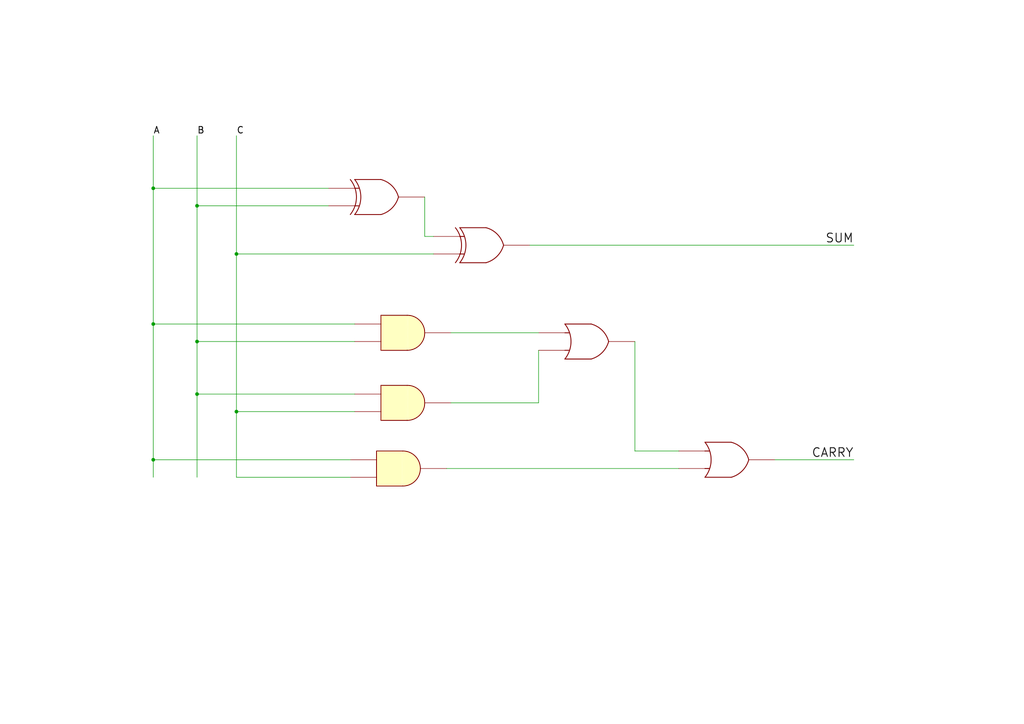
<source format=kicad_sch>
(kicad_sch (version 20231120) (generator "eeschema") (generator_version "8.0")
  (paper "A4")
  (title_block (date "2024-11-27"))
  (lib_symbols
    (symbol "74LVC2G32_1" (pin_numbers hide) (pin_names hide)
      (property "Reference" "U" (at -7.62 7.62 0))
      (property "Value" "74LVC2G32" (at -7.62 -7.62 0))
      (symbol "74LVC2G32_1_1_1"
        (arc (start -7.62 -5.08) (mid -5.838 0) (end -7.62 5.08) (stroke (width 0.254)))
        (arc (start 0 -5.08) (mid 3.1986 -3.2054) (end 5.08 0) (stroke (width 0.254)))
        (polyline (pts (xy -7.62 -2.54) (xy -6.35 -2.54)) (stroke (width 0.254)) (fill (type background)))
        (polyline (pts (xy -7.62 2.54) (xy -6.35 2.54)) (stroke (width 0.254)) (fill (type background)))
        (polyline (pts (xy 0 -5.08) (xy -7.62 -5.08)) (stroke (width 0.254)) (fill (type background)))
        (polyline (pts (xy 0 5.08) (xy -7.62 5.08)) (stroke (width 0.254)) (fill (type background)))
        (arc (start 5.08 0) (mid 3.2238 3.2304) (end 0 5.08) (stroke (width 0.254)))
        (pin input line (at -15.24 2.54 0) (length 7.62) (name "~") (number "1"))
        (pin input line (at -15.24 -2.54 0) (length 7.62) (name "~") (number "2"))
        (pin output line (at 12.7 0 180) (length 7.62) (name "~") (number "7"))
      )
      (symbol "74LVC2G32_1_2_1"
        (arc (start -7.62 -5.08) (mid -5.838 0) (end -7.62 5.08) (stroke (width 0.254)))
        (arc (start 0 -5.08) (mid 3.1986 -3.2054) (end 5.08 0) (stroke (width 0.254)))
        (polyline (pts (xy -7.62 -2.54) (xy -6.35 -2.54)) (stroke (width 0.254)) (fill (type background)))
        (polyline (pts (xy -7.62 2.54) (xy -6.35 2.54)) (stroke (width 0.254)) (fill (type background)))
        (polyline (pts (xy 0 -5.08) (xy -7.62 -5.08)) (stroke (width 0.254)) (fill (type background)))
        (polyline (pts (xy 0 5.08) (xy -7.62 5.08)) (stroke (width 0.254)) (fill (type background)))
        (arc (start 5.08 0) (mid 3.2238 3.2304) (end 0 5.08) (stroke (width 0.254)))
        (pin output line (at 12.7 0 180) (length 7.62) (name "~") (number "3"))
        (pin input line (at -15.24 2.54 0) (length 7.62) (name "~") (number "5"))
        (pin input line (at -15.24 -2.54 0) (length 7.62) (name "~") (number "6"))
      )
      (symbol "74LVC2G32_1_3_0"
        (rectangle (start -5.08 -5.08) (end 5.08 5.08) (stroke (width 0.254)) (fill (type background)))
      )
      (symbol "74LVC2G32_1_3_1"
        (pin power_in line (at 0 -10.16 90) (length 5.08) (name "GND") (number "4"))
        (pin power_in line (at 0 10.16 270) (length 5.08) (name "VCC") (number "8"))
      )
    )
    (symbol "74LVC2G86_1" (pin_numbers hide) (pin_names hide)
      (property "Reference" "U" (at -5.08 7.62 0))
      (property "Value" "74LVC2G86" (at 0 -7.62 0))
      (symbol "74LVC2G86_1_1_1"
        (arc (start -8.89 -5.08) (mid -7.108 0) (end -8.89 5.08) (stroke (width 0.254)))
        (arc (start -7.62 -5.08) (mid -5.838 0) (end -7.62 5.08) (stroke (width 0.254)))
        (arc (start 0 -5.08) (mid 3.1986 -3.2054) (end 5.08 0) (stroke (width 0.254)))
        (polyline (pts (xy -7.62 -2.54) (xy -6.35 -2.54)) (stroke (width 0.254)) (fill (type background)))
        (polyline (pts (xy -7.62 2.54) (xy -6.35 2.54)) (stroke (width 0.254)) (fill (type background)))
        (polyline (pts (xy 0 -5.08) (xy -7.62 -5.08)) (stroke (width 0.254)) (fill (type background)))
        (polyline (pts (xy 0 5.08) (xy -7.62 5.08)) (stroke (width 0.254)) (fill (type background)))
        (arc (start 5.08 0) (mid 3.2238 3.2304) (end 0 5.08) (stroke (width 0.254)))
        (pin input line (at -15.24 2.54 0) (length 7.62) (name "~") (number "1"))
        (pin input line (at -15.24 -2.54 0) (length 7.62) (name "~") (number "2"))
        (pin output line (at 12.7 0 180) (length 7.62) (name "~") (number "7"))
      )
      (symbol "74LVC2G86_1_2_1"
        (arc (start -8.89 -5.08) (mid -7.108 0) (end -8.89 5.08) (stroke (width 0.254)))
        (arc (start -7.62 -5.08) (mid -5.838 0) (end -7.62 5.08) (stroke (width 0.254)))
        (arc (start 0 -5.08) (mid 3.1986 -3.2054) (end 5.08 0) (stroke (width 0.254)))
        (polyline (pts (xy -7.62 -2.54) (xy -6.35 -2.54)) (stroke (width 0.254)) (fill (type background)))
        (polyline (pts (xy -7.62 2.54) (xy -6.35 2.54)) (stroke (width 0.254)) (fill (type background)))
        (polyline (pts (xy 0 -5.08) (xy -7.62 -5.08)) (stroke (width 0.254)) (fill (type background)))
        (polyline (pts (xy 0 5.08) (xy -7.62 5.08)) (stroke (width 0.254)) (fill (type background)))
        (arc (start 5.08 0) (mid 3.2238 3.2304) (end 0 5.08) (stroke (width 0.254)))
        (pin output line (at 12.7 0 180) (length 7.62) (name "~") (number "3"))
        (pin input line (at -15.24 2.54 0) (length 7.62) (name "~") (number "5"))
        (pin input line (at -15.24 -2.54 0) (length 7.62) (name "~") (number "6"))
      )
      (symbol "74LVC2G86_1_3_0"
        (rectangle (start -5.08 -5.08) (end 5.08 5.08) (stroke (width 0.254)) (fill (type background)))
      )
      (symbol "74LVC2G86_1_3_1"
        (pin power_in line (at 0 -10.16 90) (length 5.08) (name "GND") (number "4"))
        (pin power_in line (at 0 10.16 270) (length 5.08) (name "VCC") (number "8"))
      )
    )
    (symbol "74xGxx:74AUC2G08" (pin_numbers hide) (pin_names hide)
      (property "Reference" "U" (at -2.54 3.81 0))
      (property "Value" "74AUC2G08" (at 0 -3.81 0))
      (symbol "74AUC2G08_1_1"
        (arc (start 0 -5.08) (mid 5.0579 0) (end 0 5.08) (stroke (width 0.254)) (fill (type background)))
        (polyline (pts (xy 0 -5.08) (xy -7.62 -5.08) (xy -7.62 5.08) (xy 0 5.08)) (stroke (width 0.254)) (fill (type background)))
        (pin input line (at -15.24 2.54 0) (length 7.62) (name "~") (number "1"))
        (pin input line (at -15.24 -2.54 0) (length 7.62) (name "~") (number "2"))
        (pin output line (at 12.7 0 180) (length 7.62) (name "~") (number "7"))
      )
      (symbol "74AUC2G08_2_1"
        (arc (start 0 -5.08) (mid 5.0579 0) (end 0 5.08) (stroke (width 0.254)) (fill (type background)))
        (polyline (pts (xy 0 -5.08) (xy -7.62 -5.08) (xy -7.62 5.08) (xy 0 5.08)) (stroke (width 0.254)) (fill (type background)))
        (pin output line (at 12.7 0 180) (length 7.62) (name "~") (number "3"))
        (pin input line (at -15.24 2.54 0) (length 7.62) (name "~") (number "5"))
        (pin input line (at -15.24 -2.54 0) (length 7.62) (name "~") (number "6"))
      )
      (symbol "74AUC2G08_3_0"
        (rectangle (start -5.08 -5.08) (end 5.08 5.08) (stroke (width 0.254)) (fill (type background)))
      )
      (symbol "74AUC2G08_3_1"
        (pin power_in line (at 0 -10.16 90) (length 5.08) (name "GND") (number "4"))
        (pin power_in line (at 0 10.16 270) (length 5.08) (name "VCC") (number "8"))
      )
    )
    (symbol "74xGxx:74LVC2G32" (pin_numbers hide) (pin_names hide)
      (property "Reference" "U" (at -7.62 7.62 0))
      (property "Value" "74LVC2G32" (at -7.62 -7.62 0))
      (symbol "74LVC2G32_1_1"
        (arc (start -7.62 -5.08) (mid -5.838 0) (end -7.62 5.08) (stroke (width 0.254)))
        (arc (start 0 -5.08) (mid 3.1986 -3.2054) (end 5.08 0) (stroke (width 0.254)))
        (polyline (pts (xy -7.62 -2.54) (xy -6.35 -2.54)) (stroke (width 0.254)) (fill (type background)))
        (polyline (pts (xy -7.62 2.54) (xy -6.35 2.54)) (stroke (width 0.254)) (fill (type background)))
        (polyline (pts (xy 0 -5.08) (xy -7.62 -5.08)) (stroke (width 0.254)) (fill (type background)))
        (polyline (pts (xy 0 5.08) (xy -7.62 5.08)) (stroke (width 0.254)) (fill (type background)))
        (arc (start 5.08 0) (mid 3.2238 3.2304) (end 0 5.08) (stroke (width 0.254)))
        (pin input line (at -15.24 2.54 0) (length 7.62) (name "~") (number "1"))
        (pin input line (at -15.24 -2.54 0) (length 7.62) (name "~") (number "2"))
        (pin output line (at 12.7 0 180) (length 7.62) (name "~") (number "7"))
      )
      (symbol "74LVC2G32_2_1"
        (arc (start -7.62 -5.08) (mid -5.838 0) (end -7.62 5.08) (stroke (width 0.254)))
        (arc (start 0 -5.08) (mid 3.1986 -3.2054) (end 5.08 0) (stroke (width 0.254)))
        (polyline (pts (xy -7.62 -2.54) (xy -6.35 -2.54)) (stroke (width 0.254)) (fill (type background)))
        (polyline (pts (xy -7.62 2.54) (xy -6.35 2.54)) (stroke (width 0.254)) (fill (type background)))
        (polyline (pts (xy 0 -5.08) (xy -7.62 -5.08)) (stroke (width 0.254)) (fill (type background)))
        (polyline (pts (xy 0 5.08) (xy -7.62 5.08)) (stroke (width 0.254)) (fill (type background)))
        (arc (start 5.08 0) (mid 3.2238 3.2304) (end 0 5.08) (stroke (width 0.254)))
        (pin output line (at 12.7 0 180) (length 7.62) (name "~") (number "3"))
        (pin input line (at -15.24 2.54 0) (length 7.62) (name "~") (number "5"))
        (pin input line (at -15.24 -2.54 0) (length 7.62) (name "~") (number "6"))
      )
      (symbol "74LVC2G32_3_0"
        (rectangle (start -5.08 -5.08) (end 5.08 5.08) (stroke (width 0.254)) (fill (type background)))
      )
      (symbol "74LVC2G32_3_1"
        (pin power_in line (at 0 -10.16 90) (length 5.08) (name "GND") (number "4"))
        (pin power_in line (at 0 10.16 270) (length 5.08) (name "VCC") (number "8"))
      )
    )
    (symbol "74xGxx:74LVC2G86" (pin_numbers hide) (pin_names hide)
      (property "Reference" "U" (at -5.08 7.62 0))
      (property "Value" "74LVC2G86" (at 0 -7.62 0))
      (symbol "74LVC2G86_1_1"
        (arc (start -8.89 -5.08) (mid -7.108 0) (end -8.89 5.08) (stroke (width 0.254)))
        (arc (start -7.62 -5.08) (mid -5.838 0) (end -7.62 5.08) (stroke (width 0.254)))
        (arc (start 0 -5.08) (mid 3.1986 -3.2054) (end 5.08 0) (stroke (width 0.254)))
        (polyline (pts (xy -7.62 -2.54) (xy -6.35 -2.54)) (stroke (width 0.254)) (fill (type background)))
        (polyline (pts (xy -7.62 2.54) (xy -6.35 2.54)) (stroke (width 0.254)) (fill (type background)))
        (polyline (pts (xy 0 -5.08) (xy -7.62 -5.08)) (stroke (width 0.254)) (fill (type background)))
        (polyline (pts (xy 0 5.08) (xy -7.62 5.08)) (stroke (width 0.254)) (fill (type background)))
        (arc (start 5.08 0) (mid 3.2238 3.2304) (end 0 5.08) (stroke (width 0.254)))
        (pin input line (at -15.24 2.54 0) (length 7.62) (name "~") (number "1"))
        (pin input line (at -15.24 -2.54 0) (length 7.62) (name "~") (number "2"))
        (pin output line (at 12.7 0 180) (length 7.62) (name "~") (number "7"))
      )
      (symbol "74LVC2G86_2_1"
        (arc (start -8.89 -5.08) (mid -7.108 0) (end -8.89 5.08) (stroke (width 0.254)))
        (arc (start -7.62 -5.08) (mid -5.838 0) (end -7.62 5.08) (stroke (width 0.254)))
        (arc (start 0 -5.08) (mid 3.1986 -3.2054) (end 5.08 0) (stroke (width 0.254)))
        (polyline (pts (xy -7.62 -2.54) (xy -6.35 -2.54)) (stroke (width 0.254)) (fill (type background)))
        (polyline (pts (xy -7.62 2.54) (xy -6.35 2.54)) (stroke (width 0.254)) (fill (type background)))
        (polyline (pts (xy 0 -5.08) (xy -7.62 -5.08)) (stroke (width 0.254)) (fill (type background)))
        (polyline (pts (xy 0 5.08) (xy -7.62 5.08)) (stroke (width 0.254)) (fill (type background)))
        (arc (start 5.08 0) (mid 3.2238 3.2304) (end 0 5.08) (stroke (width 0.254)))
        (pin output line (at 12.7 0 180) (length 7.62) (name "~") (number "3"))
        (pin input line (at -15.24 2.54 0) (length 7.62) (name "~") (number "5"))
        (pin input line (at -15.24 -2.54 0) (length 7.62) (name "~") (number "6"))
      )
      (symbol "74LVC2G86_3_0"
        (rectangle (start -5.08 -5.08) (end 5.08 5.08) (stroke (width 0.254)) (fill (type background)))
      )
      (symbol "74LVC2G86_3_1"
        (pin power_in line (at 0 -10.16 90) (length 5.08) (name "GND") (number "4"))
        (pin power_in line (at 0 10.16 270) (length 5.08) (name "VCC") (number "8"))
      )
    )
  )
  (junction (at 68.58 73.66))
  (junction (at 44.45 54.61))
  (junction (at 57.15 114.3))
  (junction (at 44.45 133.35))
  (junction (at 57.15 99.06))
  (junction (at 57.15 59.69))
  (junction (at 44.45 93.98))
  (junction (at 68.58 119.38))
  (wire (pts (xy 68.58 119.38) (xy 68.58 138.43)))
  (wire (pts (xy 57.15 99.06) (xy 102.87 99.06)))
  (wire (pts (xy 123.19 57.15) (xy 123.19 68.58)))
  (wire (pts (xy 68.58 119.38) (xy 102.87 119.38)))
  (wire (pts (xy 57.15 99.06) (xy 57.15 114.3)))
  (wire (pts (xy 184.15 130.81) (xy 184.15 99.06)))
  (wire (pts (xy 44.45 93.98) (xy 44.45 133.35)))
  (wire (pts (xy 196.85 130.81) (xy 184.15 130.81)))
  (wire (pts (xy 153.67 71.12) (xy 247.65 71.12)))
  (wire (pts (xy 224.79 133.35) (xy 247.65 133.35)))
  (wire (pts (xy 68.58 73.66) (xy 125.73 73.66)))
  (wire (pts (xy 57.15 114.3) (xy 57.15 138.43)))
  (wire (pts (xy 57.15 59.69) (xy 95.25 59.69)))
  (wire (pts (xy 156.21 116.84) (xy 156.21 101.6)))
  (wire (pts (xy 44.45 133.35) (xy 101.6 133.35)))
  (wire (pts (xy 68.58 138.43) (xy 101.6 138.43)))
  (wire (pts (xy 68.58 39.37) (xy 68.58 73.66)))
  (wire (pts (xy 44.45 93.98) (xy 102.87 93.98)))
  (wire (pts (xy 57.15 39.37) (xy 57.15 59.69)))
  (wire (pts (xy 130.81 116.84) (xy 156.21 116.84)))
  (wire (pts (xy 156.21 96.52) (xy 130.81 96.52)))
  (wire (pts (xy 196.85 135.89) (xy 129.54 135.89)))
  (wire (pts (xy 44.45 54.61) (xy 44.45 93.98)))
  (wire (pts (xy 44.45 133.35) (xy 44.45 138.43)))
  (wire (pts (xy 123.19 68.58) (xy 125.73 68.58)))
  (wire (pts (xy 57.15 114.3) (xy 102.87 114.3)))
  (wire (pts (xy 57.15 59.69) (xy 57.15 99.06)))
  (wire (pts (xy 44.45 39.37) (xy 44.45 54.61)))
  (wire (pts (xy 44.45 54.61) (xy 95.25 54.61)))
  (wire (pts (xy 68.58 73.66) (xy 68.58 119.38)))
  (label "C" (at 68.58 39.37 0) (effects (font (size 1.905 1.905) (thickness 0.254) (bold yes))))
  (label "B" (at 57.15 39.37 0) (effects (font (size 1.905 1.905) (thickness 0.254) (bold yes))))
  (label "CARRY" (at 247.65 133.35 180) (effects (font (size 2.54 2.54) (thickness 0.254) (bold yes))))
  (label "SUM" (at 247.65 71.12 180) (effects (font (size 2.54 2.54) (thickness 0.254) (bold yes))))
  (label "A" (at 44.45 39.37 0) (effects (font (size 1.905 1.905) (thickness 0.254) (bold yes))))
  (symbol (lib_id "74xGxx:74AUC2G08") (at 116.84 135.89 0) (unit 1)
    (property "Reference" "U6" (effects (hide yes)))
    (property "Value" "74AUC2G08" (effects (hide yes)))
    (property "Datasheet" "http://www.ti.com/lit/sg/scyt129e/scyt129e.pdf" (effects (hide yes)))
    (property "Description" "Dual AND Gate, Low-Voltage CMOS" (effects (hide yes)))
  )
  (symbol (lib_id "74xGxx:74AUC2G08") (at 118.11 96.52 0) (unit 1)
    (property "Reference" "U4" (effects (hide yes)))
    (property "Value" "74AUC2G08" (effects (hide yes)))
    (property "Datasheet" "http://www.ti.com/lit/sg/scyt129e/scyt129e.pdf" (effects (hide yes)))
    (property "Description" "Dual AND Gate, Low-Voltage CMOS" (effects (hide yes)))
  )
  (symbol (lib_id "74xGxx:74LVC2G86") (at 140.97 71.12 0) (unit 2)
    (property "Reference" "U1" (effects (hide yes)))
    (property "Value" "74LVC2G86" (effects (hide yes)))
    (property "Datasheet" "http://www.ti.com/lit/sg/scyt129e/scyt129e.pdf" (effects (hide yes)))
    (property "Description" "Dual XOR Gate, Low-Voltage CMOS" (effects (hide yes)))
  )
  (symbol (lib_id "74xGxx:74LVC2G32") (at 212.09 133.35 0) (unit 1)
    (property "Reference" "U3" (effects (hide yes)))
    (property "Value" "74LVC2G32" (effects (hide yes)))
    (property "Datasheet" "http://www.ti.com/lit/sg/scyt129e/scyt129e.pdf" (effects (hide yes)))
    (property "Description" "Dual OR Gate, Low-Voltage CMOS" (effects (hide yes)))
  )
  (symbol (lib_name "74LVC2G86_1") (lib_id "74xGxx:74LVC2G86") (at 110.49 57.15 0) (unit 1)
    (property "Reference" "U1" (effects (hide yes)))
    (property "Value" "74LVC2G86" (effects (hide yes)))
    (property "Datasheet" "http://www.ti.com/lit/sg/scyt129e/scyt129e.pdf" (effects (hide yes)))
    (property "Description" "Dual XOR Gate, Low-Voltage CMOS" (effects (hide yes)))
  )
  (symbol (lib_id "74xGxx:74AUC2G08") (at 118.11 116.84 0) (unit 1)
    (property "Reference" "U5" (effects (hide yes)))
    (property "Value" "74AUC2G08" (effects (hide yes)))
    (property "Datasheet" "http://www.ti.com/lit/sg/scyt129e/scyt129e.pdf" (effects (hide yes)))
    (property "Description" "Dual AND Gate, Low-Voltage CMOS" (effects (hide yes)))
  )
  (symbol (lib_name "74LVC2G32_1") (lib_id "74xGxx:74LVC2G32") (at 171.45 99.06 0) (unit 1)
    (property "Reference" "U2" (effects (hide yes)))
    (property "Value" "74LVC2G32" (effects (hide yes)))
    (property "Datasheet" "http://www.ti.com/lit/sg/scyt129e/scyt129e.pdf" (effects (hide yes)))
    (property "Description" "Dual OR Gate, Low-Voltage CMOS" (effects (hide yes)))
  )
)
</source>
